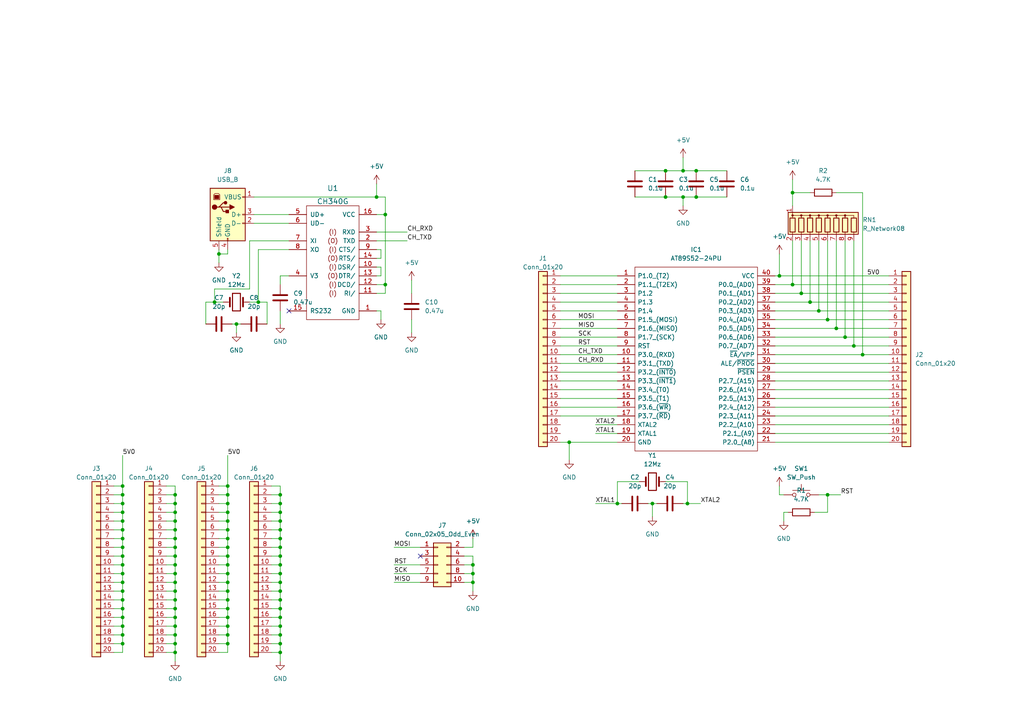
<source format=kicad_sch>
(kicad_sch (version 20211123) (generator eeschema)
  (paper "A4")
  (lib_symbols
    (symbol "CH340G:CH340G" (pin_names (offset 1.016))
      (property "Reference" "U" (at 0 -16.51 0))
      (property "Value" "CH340G" (at 0 19.05 0))
      (symbol "CH340G_0_0"
        (rectangle (start -7.62 17.78) (end 7.62 -15.24))
        (text "(I)" (at 0 -7.62 0) (effects (font (size 1.27 1.27))))
        (text "(I)" (at 0 -5.08 0) (effects (font (size 1.27 1.27))))
        (text "(I)" (at 0 0 0) (effects (font (size 1.27 1.27))))
        (text "(I)" (at 0 5.08 0) (effects (font (size 1.27 1.27))))
        (text "(I)" (at 0 10.16 0) (effects (font (size 1.27 1.27))))
        (text "(O)" (at 0 -2.54 0) (effects (font (size 1.27 1.27))))
        (text "(O)" (at 0 2.54 0) (effects (font (size 1.27 1.27))))
        (text "(O)" (at 0 7.62 0) (effects (font (size 1.27 1.27))))
      )
      (symbol "CH340G_1_1"
        (pin power_in line (at 12.7 -12.7 180) (length 5.08) (name "GND") (number "1"))
        (pin input line (at 12.7 0 180) (length 5.08) (name "DSR/") (number "10"))
        (pin input line (at 12.7 -7.62 180) (length 5.08) (name "RI/") (number "11"))
        (pin input line (at 12.7 -5.08 180) (length 5.08) (name "DCD/") (number "12"))
        (pin output line (at 12.7 -2.54 180) (length 5.08) (name "DTR/") (number "13"))
        (pin output line (at 12.7 2.54 180) (length 5.08) (name "RTS/") (number "14"))
        (pin input line (at -12.7 -12.7 0) (length 5.08) (name "RS232") (number "15"))
        (pin power_in line (at 12.7 15.24 180) (length 5.08) (name "VCC") (number "16"))
        (pin output line (at 12.7 7.62 180) (length 5.08) (name "TXD") (number "2"))
        (pin input line (at 12.7 10.16 180) (length 5.08) (name "RXD") (number "3"))
        (pin power_out line (at -12.7 -2.54 0) (length 5.08) (name "V3") (number "4"))
        (pin bidirectional line (at -12.7 15.24 0) (length 5.08) (name "UD+") (number "5"))
        (pin bidirectional line (at -12.7 12.7 0) (length 5.08) (name "UD-") (number "6"))
        (pin input line (at -12.7 7.62 0) (length 5.08) (name "XI") (number "7"))
        (pin output line (at -12.7 5.08 0) (length 5.08) (name "XO") (number "8"))
        (pin input line (at 12.7 5.08 180) (length 5.08) (name "CTS/") (number "9"))
      )
    )
    (symbol "Connector:USB_B" (pin_names (offset 1.016))
      (property "Reference" "J" (at -5.08 11.43 0))
      (property "Value" "USB_B" (at -5.08 8.89 0))
      (symbol "USB_B_0_1"
        (rectangle (start -5.08 -7.62) (end 5.08 7.62) (stroke (width 0.254)) (fill (type background)))
        (circle (center -3.81 2.159) (radius 0.635) (stroke (width 0.254)) (fill (type outline)))
        (rectangle (start -3.81 5.588) (end -2.54 4.572) (fill (type outline)))
        (circle (center -0.635 3.429) (radius 0.381) (stroke (width 0.254)) (fill (type outline)))
        (rectangle (start -0.127 -7.62) (end 0.127 -6.858))
        (polyline (pts (xy -1.905 2.159) (xy 0.635 2.159)) (stroke (width 0.254)))
        (polyline (pts (xy -3.175 2.159) (xy -2.54 2.159) (xy -1.27 3.429) (xy -0.635 3.429)) (stroke (width 0.254)))
        (polyline (pts (xy -2.54 2.159) (xy -1.905 2.159) (xy -1.27 0.889) (xy 0 0.889)) (stroke (width 0.254)))
        (polyline (pts (xy 0.635 2.794) (xy 0.635 1.524) (xy 1.905 2.159) (xy 0.635 2.794)) (stroke (width 0.254)) (fill (type outline)))
        (polyline (pts (xy -4.064 4.318) (xy -2.286 4.318) (xy -2.286 5.715) (xy -2.667 6.096) (xy -3.683 6.096) (xy -4.064 5.715) (xy -4.064 4.318)))
        (rectangle (start 0.254 1.27) (end -0.508 0.508) (stroke (width 0.254)) (fill (type outline)))
        (rectangle (start 5.08 -2.667) (end 4.318 -2.413))
        (rectangle (start 5.08 -0.127) (end 4.318 0.127))
        (rectangle (start 5.08 4.953) (end 4.318 5.207))
      )
      (symbol "USB_B_1_1"
        (pin power_out line (at 7.62 5.08 180) (length 2.54) (name "VBUS") (number "1"))
        (pin bidirectional line (at 7.62 -2.54 180) (length 2.54) (name "D-") (number "2"))
        (pin bidirectional line (at 7.62 0 180) (length 2.54) (name "D+") (number "3"))
        (pin power_out line (at 0 -10.16 90) (length 2.54) (name "GND") (number "4"))
        (pin passive line (at -2.54 -10.16 90) (length 2.54) (name "Shield") (number "5"))
      )
    )
    (symbol "Connector_Generic:Conn_01x20" (pin_names (offset 1.016) hide)
      (property "Reference" "J" (at 0 25.4 0))
      (property "Value" "Conn_01x20" (at 0 -27.94 0))
      (symbol "Conn_01x20_1_1"
        (rectangle (start -1.27 -25.273) (end 0 -25.527) (stroke (width 0.1524)))
        (rectangle (start -1.27 -22.733) (end 0 -22.987) (stroke (width 0.1524)))
        (rectangle (start -1.27 -20.193) (end 0 -20.447) (stroke (width 0.1524)))
        (rectangle (start -1.27 -17.653) (end 0 -17.907) (stroke (width 0.1524)))
        (rectangle (start -1.27 -15.113) (end 0 -15.367) (stroke (width 0.1524)))
        (rectangle (start -1.27 -12.573) (end 0 -12.827) (stroke (width 0.1524)))
        (rectangle (start -1.27 -10.033) (end 0 -10.287) (stroke (width 0.1524)))
        (rectangle (start -1.27 -7.493) (end 0 -7.747) (stroke (width 0.1524)))
        (rectangle (start -1.27 -4.953) (end 0 -5.207) (stroke (width 0.1524)))
        (rectangle (start -1.27 -2.413) (end 0 -2.667) (stroke (width 0.1524)))
        (rectangle (start -1.27 0.127) (end 0 -0.127) (stroke (width 0.1524)))
        (rectangle (start -1.27 2.667) (end 0 2.413) (stroke (width 0.1524)))
        (rectangle (start -1.27 5.207) (end 0 4.953) (stroke (width 0.1524)))
        (rectangle (start -1.27 7.747) (end 0 7.493) (stroke (width 0.1524)))
        (rectangle (start -1.27 10.287) (end 0 10.033) (stroke (width 0.1524)))
        (rectangle (start -1.27 12.827) (end 0 12.573) (stroke (width 0.1524)))
        (rectangle (start -1.27 15.367) (end 0 15.113) (stroke (width 0.1524)))
        (rectangle (start -1.27 17.907) (end 0 17.653) (stroke (width 0.1524)))
        (rectangle (start -1.27 20.447) (end 0 20.193) (stroke (width 0.1524)))
        (rectangle (start -1.27 22.987) (end 0 22.733) (stroke (width 0.1524)))
        (rectangle (start -1.27 24.13) (end 1.27 -26.67) (stroke (width 0.254)) (fill (type background)))
        (pin passive line (at -5.08 22.86 0) (length 3.81) (name "Pin_1") (number "1"))
        (pin passive line (at -5.08 0 0) (length 3.81) (name "Pin_10") (number "10"))
        (pin passive line (at -5.08 -2.54 0) (length 3.81) (name "Pin_11") (number "11"))
        (pin passive line (at -5.08 -5.08 0) (length 3.81) (name "Pin_12") (number "12"))
        (pin passive line (at -5.08 -7.62 0) (length 3.81) (name "Pin_13") (number "13"))
        (pin passive line (at -5.08 -10.16 0) (length 3.81) (name "Pin_14") (number "14"))
        (pin passive line (at -5.08 -12.7 0) (length 3.81) (name "Pin_15") (number "15"))
        (pin passive line (at -5.08 -15.24 0) (length 3.81) (name "Pin_16") (number "16"))
        (pin passive line (at -5.08 -17.78 0) (length 3.81) (name "Pin_17") (number "17"))
        (pin passive line (at -5.08 -20.32 0) (length 3.81) (name "Pin_18") (number "18"))
        (pin passive line (at -5.08 -22.86 0) (length 3.81) (name "Pin_19") (number "19"))
        (pin passive line (at -5.08 20.32 0) (length 3.81) (name "Pin_2") (number "2"))
        (pin passive line (at -5.08 -25.4 0) (length 3.81) (name "Pin_20") (number "20"))
        (pin passive line (at -5.08 17.78 0) (length 3.81) (name "Pin_3") (number "3"))
        (pin passive line (at -5.08 15.24 0) (length 3.81) (name "Pin_4") (number "4"))
        (pin passive line (at -5.08 12.7 0) (length 3.81) (name "Pin_5") (number "5"))
        (pin passive line (at -5.08 10.16 0) (length 3.81) (name "Pin_6") (number "6"))
        (pin passive line (at -5.08 7.62 0) (length 3.81) (name "Pin_7") (number "7"))
        (pin passive line (at -5.08 5.08 0) (length 3.81) (name "Pin_8") (number "8"))
        (pin passive line (at -5.08 2.54 0) (length 3.81) (name "Pin_9") (number "9"))
      )
    )
    (symbol "Connector_Generic:Conn_02x05_Odd_Even" (pin_names (offset 1.016) hide)
      (property "Reference" "J" (at 1.27 7.62 0))
      (property "Value" "Conn_02x05_Odd_Even" (at 1.27 -7.62 0))
      (symbol "Conn_02x05_Odd_Even_1_1"
        (rectangle (start -1.27 -4.953) (end 0 -5.207) (stroke (width 0.1524)))
        (rectangle (start -1.27 -2.413) (end 0 -2.667) (stroke (width 0.1524)))
        (rectangle (start -1.27 0.127) (end 0 -0.127) (stroke (width 0.1524)))
        (rectangle (start -1.27 2.667) (end 0 2.413) (stroke (width 0.1524)))
        (rectangle (start -1.27 5.207) (end 0 4.953) (stroke (width 0.1524)))
        (rectangle (start -1.27 6.35) (end 3.81 -6.35) (stroke (width 0.254)) (fill (type background)))
        (rectangle (start 3.81 -4.953) (end 2.54 -5.207) (stroke (width 0.1524)))
        (rectangle (start 3.81 -2.413) (end 2.54 -2.667) (stroke (width 0.1524)))
        (rectangle (start 3.81 0.127) (end 2.54 -0.127) (stroke (width 0.1524)))
        (rectangle (start 3.81 2.667) (end 2.54 2.413) (stroke (width 0.1524)))
        (rectangle (start 3.81 5.207) (end 2.54 4.953) (stroke (width 0.1524)))
        (pin passive line (at -5.08 5.08 0) (length 3.81) (name "Pin_1") (number "1"))
        (pin passive line (at 7.62 -5.08 180) (length 3.81) (name "Pin_10") (number "10"))
        (pin passive line (at 7.62 5.08 180) (length 3.81) (name "Pin_2") (number "2"))
        (pin passive line (at -5.08 2.54 0) (length 3.81) (name "Pin_3") (number "3"))
        (pin passive line (at 7.62 2.54 180) (length 3.81) (name "Pin_4") (number "4"))
        (pin passive line (at -5.08 0 0) (length 3.81) (name "Pin_5") (number "5"))
        (pin passive line (at 7.62 0 180) (length 3.81) (name "Pin_6") (number "6"))
        (pin passive line (at -5.08 -2.54 0) (length 3.81) (name "Pin_7") (number "7"))
        (pin passive line (at 7.62 -2.54 180) (length 3.81) (name "Pin_8") (number "8"))
        (pin passive line (at -5.08 -5.08 0) (length 3.81) (name "Pin_9") (number "9"))
      )
    )
    (symbol "Device:C" (pin_numbers hide) (pin_names (offset 0.254))
      (property "Reference" "C" (at 0.635 2.54 0))
      (property "Value" "C" (at 0.635 -2.54 0))
      (symbol "C_0_1"
        (polyline (pts (xy -2.032 -0.762) (xy 2.032 -0.762)) (stroke (width 0.508)))
        (polyline (pts (xy -2.032 0.762) (xy 2.032 0.762)) (stroke (width 0.508)))
      )
      (symbol "C_1_1"
        (pin passive line (at 0 3.81 270) (length 2.794) (name "~") (number "1"))
        (pin passive line (at 0 -3.81 90) (length 2.794) (name "~") (number "2"))
      )
    )
    (symbol "Device:Crystal" (pin_numbers hide) (pin_names (offset 1.016) hide)
      (property "Reference" "Y" (at 0 3.81 0))
      (property "Value" "Crystal" (at 0 -3.81 0))
      (symbol "Crystal_0_1"
        (rectangle (start -1.143 2.54) (end 1.143 -2.54) (stroke (width 0.3048)))
        (polyline (pts (xy -2.54 0) (xy -1.905 0)))
        (polyline (pts (xy -1.905 -1.27) (xy -1.905 1.27)) (stroke (width 0.508)))
        (polyline (pts (xy 1.905 -1.27) (xy 1.905 1.27)) (stroke (width 0.508)))
        (polyline (pts (xy 2.54 0) (xy 1.905 0)))
      )
      (symbol "Crystal_1_1"
        (pin passive line (at -3.81 0 0) (length 1.27) (name "1") (number "1"))
        (pin passive line (at 3.81 0 180) (length 1.27) (name "2") (number "2"))
      )
    )
    (symbol "Device:R" (pin_numbers hide) (pin_names (offset 0))
      (property "Reference" "R" (at 2.032 0 90))
      (property "Value" "R" (at 0 0 90))
      (symbol "R_0_1"
        (rectangle (start -1.016 -2.54) (end 1.016 2.54) (stroke (width 0.254)))
      )
      (symbol "R_1_1"
        (pin passive line (at 0 3.81 270) (length 1.27) (name "~") (number "1"))
        (pin passive line (at 0 -3.81 90) (length 1.27) (name "~") (number "2"))
      )
    )
    (symbol "Device:R_Network08" (pin_names (offset 0) hide)
      (property "Reference" "RN" (at -12.7 0 90))
      (property "Value" "R_Network08" (at 10.16 0 90))
      (symbol "R_Network08_0_1"
        (rectangle (start -11.43 -3.175) (end 8.89 3.175) (stroke (width 0.254)) (fill (type background)))
        (rectangle (start -10.922 1.524) (end -9.398 -2.54) (stroke (width 0.254)))
        (circle (center -10.16 2.286) (radius 0.254) (fill (type outline)))
        (rectangle (start -8.382 1.524) (end -6.858 -2.54) (stroke (width 0.254)))
        (circle (center -7.62 2.286) (radius 0.254) (fill (type outline)))
        (rectangle (start -5.842 1.524) (end -4.318 -2.54) (stroke (width 0.254)))
        (circle (center -5.08 2.286) (radius 0.254) (fill (type outline)))
        (rectangle (start -3.302 1.524) (end -1.778 -2.54) (stroke (width 0.254)))
        (circle (center -2.54 2.286) (radius 0.254) (fill (type outline)))
        (rectangle (start -0.762 1.524) (end 0.762 -2.54) (stroke (width 0.254)))
        (polyline (pts (xy -10.16 -2.54) (xy -10.16 -3.81)))
        (polyline (pts (xy -7.62 -2.54) (xy -7.62 -3.81)))
        (polyline (pts (xy -5.08 -2.54) (xy -5.08 -3.81)))
        (polyline (pts (xy -2.54 -2.54) (xy -2.54 -3.81)))
        (polyline (pts (xy 0 -2.54) (xy 0 -3.81)))
        (polyline (pts (xy 2.54 -2.54) (xy 2.54 -3.81)))
        (polyline (pts (xy 5.08 -2.54) (xy 5.08 -3.81)))
        (polyline (pts (xy 7.62 -2.54) (xy 7.62 -3.81)))
        (polyline (pts (xy -10.16 1.524) (xy -10.16 2.286) (xy -7.62 2.286) (xy -7.62 1.524)))
        (polyline (pts (xy -7.62 1.524) (xy -7.62 2.286) (xy -5.08 2.286) (xy -5.08 1.524)))
        (polyline (pts (xy -5.08 1.524) (xy -5.08 2.286) (xy -2.54 2.286) (xy -2.54 1.524)))
        (polyline (pts (xy -2.54 1.524) (xy -2.54 2.286) (xy 0 2.286) (xy 0 1.524)))
        (polyline (pts (xy 0 1.524) (xy 0 2.286) (xy 2.54 2.286) (xy 2.54 1.524)))
        (polyline (pts (xy 2.54 1.524) (xy 2.54 2.286) (xy 5.08 2.286) (xy 5.08 1.524)))
        (polyline (pts (xy 5.08 1.524) (xy 5.08 2.286) (xy 7.62 2.286) (xy 7.62 1.524)))
        (circle (center 0 2.286) (radius 0.254) (fill (type outline)))
        (rectangle (start 1.778 1.524) (end 3.302 -2.54) (stroke (width 0.254)))
        (circle (center 2.54 2.286) (radius 0.254) (fill (type outline)))
        (rectangle (start 4.318 1.524) (end 5.842 -2.54) (stroke (width 0.254)))
        (circle (center 5.08 2.286) (radius 0.254) (fill (type outline)))
        (rectangle (start 6.858 1.524) (end 8.382 -2.54) (stroke (width 0.254)))
      )
      (symbol "R_Network08_1_1"
        (pin passive line (at -10.16 5.08 270) (length 2.54) (name "common") (number "1"))
        (pin passive line (at -10.16 -5.08 90) (length 1.27) (name "R1") (number "2"))
        (pin passive line (at -7.62 -5.08 90) (length 1.27) (name "R2") (number "3"))
        (pin passive line (at -5.08 -5.08 90) (length 1.27) (name "R3") (number "4"))
        (pin passive line (at -2.54 -5.08 90) (length 1.27) (name "R4") (number "5"))
        (pin passive line (at 0 -5.08 90) (length 1.27) (name "R5") (number "6"))
        (pin passive line (at 2.54 -5.08 90) (length 1.27) (name "R6") (number "7"))
        (pin passive line (at 5.08 -5.08 90) (length 1.27) (name "R7") (number "8"))
        (pin passive line (at 7.62 -5.08 90) (length 1.27) (name "R8") (number "9"))
      )
    )
    (symbol "SamacSys_Parts:AT89S52-24PU" (pin_names (offset 0.762))
      (property "Reference" "IC" (at 41.91 7.62 0))
      (property "Value" "AT89S52-24PU" (at 41.91 5.08 0))
      (symbol "AT89S52-24PU_0_0"
        (pin passive line (at 0 0 0) (length 5.08) (name "P1.0_(T2)") (number "1"))
        (pin passive line (at 0 -22.86 0) (length 5.08) (name "P3.0_(RXD)") (number "10"))
        (pin passive line (at 0 -25.4 0) (length 5.08) (name "P3.1_(TXD)") (number "11"))
        (pin passive line (at 0 -27.94 0) (length 5.08) (name "P3.2_(~{INT0})") (number "12"))
        (pin passive line (at 0 -30.48 0) (length 5.08) (name "P3.3_(~{INT1})") (number "13"))
        (pin passive line (at 0 -33.02 0) (length 5.08) (name "P3.4_(T0)") (number "14"))
        (pin passive line (at 0 -35.56 0) (length 5.08) (name "P3.5_(T1)") (number "15"))
        (pin passive line (at 0 -38.1 0) (length 5.08) (name "P3.6_(~{WR})") (number "16"))
        (pin passive line (at 0 -40.64 0) (length 5.08) (name "P3.7_(~{RD})") (number "17"))
        (pin passive line (at 0 -43.18 0) (length 5.08) (name "XTAL2") (number "18"))
        (pin passive line (at 0 -45.72 0) (length 5.08) (name "XTAL1") (number "19"))
        (pin passive line (at 0 -2.54 0) (length 5.08) (name "P1.1_(T2EX)") (number "2"))
        (pin passive line (at 0 -48.26 0) (length 5.08) (name "GND") (number "20"))
        (pin passive line (at 45.72 -48.26 180) (length 5.08) (name "P2.0_(A8)") (number "21"))
        (pin passive line (at 45.72 -45.72 180) (length 5.08) (name "P2.1_(A9)") (number "22"))
        (pin passive line (at 45.72 -43.18 180) (length 5.08) (name "P2.2_(A10)") (number "23"))
        (pin passive line (at 45.72 -40.64 180) (length 5.08) (name "P2.3_(A11)") (number "24"))
        (pin passive line (at 45.72 -38.1 180) (length 5.08) (name "P2.4_(A12)") (number "25"))
        (pin passive line (at 45.72 -35.56 180) (length 5.08) (name "P2.5_(A13)") (number "26"))
        (pin passive line (at 45.72 -33.02 180) (length 5.08) (name "P2.6_(A14)") (number "27"))
        (pin passive line (at 45.72 -30.48 180) (length 5.08) (name "P2.7_(A15)") (number "28"))
        (pin passive line (at 45.72 -27.94 180) (length 5.08) (name "~{PSEN}") (number "29"))
        (pin passive line (at 0 -5.08 0) (length 5.08) (name "P1.2") (number "3"))
        (pin passive line (at 45.72 -25.4 180) (length 5.08) (name "ALE/~{PROG}") (number "30"))
        (pin passive line (at 45.72 -22.86 180) (length 5.08) (name "~{EA}/VPP") (number "31"))
        (pin passive line (at 45.72 -20.32 180) (length 5.08) (name "P0.7_(AD7)") (number "32"))
        (pin passive line (at 45.72 -17.78 180) (length 5.08) (name "P0.6_(AD6)") (number "33"))
        (pin passive line (at 45.72 -15.24 180) (length 5.08) (name "P0.5_(AD5)") (number "34"))
        (pin passive line (at 45.72 -12.7 180) (length 5.08) (name "P0.4_(AD4)") (number "35"))
        (pin passive line (at 45.72 -10.16 180) (length 5.08) (name "P0.3_(AD3)") (number "36"))
        (pin passive line (at 45.72 -7.62 180) (length 5.08) (name "P0.2_(AD2)") (number "37"))
        (pin passive line (at 45.72 -5.08 180) (length 5.08) (name "P0.1_(AD1)") (number "38"))
        (pin passive line (at 45.72 -2.54 180) (length 5.08) (name "P0.0_(AD0)") (number "39"))
        (pin passive line (at 0 -7.62 0) (length 5.08) (name "P1.3") (number "4"))
        (pin passive line (at 45.72 0 180) (length 5.08) (name "VCC") (number "40"))
        (pin passive line (at 0 -10.16 0) (length 5.08) (name "P1.4") (number "5"))
        (pin passive line (at 0 -12.7 0) (length 5.08) (name "P1.5_(MOSI)") (number "6"))
        (pin passive line (at 0 -15.24 0) (length 5.08) (name "P1.6_(MISO)") (number "7"))
        (pin passive line (at 0 -17.78 0) (length 5.08) (name "P1.7_(SCK)") (number "8"))
        (pin passive line (at 0 -20.32 0) (length 5.08) (name "RST") (number "9"))
      )
      (symbol "AT89S52-24PU_0_1"
        (polyline (pts (xy 5.08 2.54) (xy 40.64 2.54) (xy 40.64 -50.8) (xy 5.08 -50.8) (xy 5.08 2.54)) (stroke (width 0.1524)))
      )
    )
    (symbol "Switch:SW_Push" (pin_numbers hide) (pin_names (offset 1.016) hide)
      (property "Reference" "SW" (at 1.27 2.54 0))
      (property "Value" "SW_Push" (at 0 -1.524 0))
      (symbol "SW_Push_0_1"
        (circle (center -2.032 0) (radius 0.508))
        (polyline (pts (xy 0 1.27) (xy 0 3.048)))
        (polyline (pts (xy 2.54 1.27) (xy -2.54 1.27)))
        (circle (center 2.032 0) (radius 0.508))
        (pin passive line (at -5.08 0 0) (length 2.54) (name "1") (number "1"))
        (pin passive line (at 5.08 0 180) (length 2.54) (name "2") (number "2"))
      )
    )
    (symbol "power:+5V" (power) (pin_names (offset 0))
      (property "Value" "+5V" (at 0 3.556 0))
      (symbol "+5V_0_1"
        (polyline (pts (xy -0.762 1.27) (xy 0 2.54)))
        (polyline (pts (xy 0 0) (xy 0 2.54)))
        (polyline (pts (xy 0 2.54) (xy 0.762 1.27)))
      )
      (symbol "+5V_1_1"
        (pin power_in line (at 0 0 90) (length 0) hide (name "+5V") (number "1"))
      )
    )
    (symbol "power:GND" (power) (pin_names (offset 0))
      (property "Value" "GND" (at 0 -3.81 0))
      (symbol "GND_0_1"
        (polyline (pts (xy 0 0) (xy 0 -1.27) (xy 1.27 -1.27) (xy 0 -2.54) (xy -1.27 -1.27) (xy 0 -1.27)))
      )
      (symbol "GND_1_1"
        (pin power_in line (at 0 0 270) (length 0) hide (name "GND") (number "1"))
      )
    )
  )
  (junction (at 50.8 186.69))
  (junction (at 66.04 171.45))
  (junction (at 198.12 57.15))
  (junction (at 81.28 148.59))
  (junction (at 66.04 179.07))
  (junction (at 247.65 100.33))
  (junction (at 189.23 146.05))
  (junction (at 35.56 146.05))
  (junction (at 198.12 49.53))
  (junction (at 229.87 55.88))
  (junction (at 35.56 156.21))
  (junction (at 240.03 143.51))
  (junction (at 50.8 189.23))
  (junction (at 234.95 87.63))
  (junction (at 63.5 73.66))
  (junction (at 50.8 146.05))
  (junction (at 81.28 179.07))
  (junction (at 66.04 166.37))
  (junction (at 201.93 49.53))
  (junction (at 35.56 153.67))
  (junction (at 81.28 163.83))
  (junction (at 50.8 143.51))
  (junction (at 50.8 184.15))
  (junction (at 50.8 158.75))
  (junction (at 50.8 153.67))
  (junction (at 66.04 163.83))
  (junction (at 35.56 168.91))
  (junction (at 111.76 82.55))
  (junction (at 81.28 184.15))
  (junction (at 66.04 140.97))
  (junction (at 35.56 166.37))
  (junction (at 66.04 146.05))
  (junction (at 137.16 168.91))
  (junction (at 137.16 163.83))
  (junction (at 237.49 90.17))
  (junction (at 35.56 161.29))
  (junction (at 66.04 184.15))
  (junction (at 66.04 153.67))
  (junction (at 35.56 163.83))
  (junction (at 50.8 151.13))
  (junction (at 35.56 151.13))
  (junction (at 81.28 186.69))
  (junction (at 193.04 49.53))
  (junction (at 240.03 92.71))
  (junction (at 35.56 171.45))
  (junction (at 111.76 62.23))
  (junction (at 50.8 173.99))
  (junction (at 50.8 171.45))
  (junction (at 81.28 168.91))
  (junction (at 66.04 176.53))
  (junction (at 66.04 148.59))
  (junction (at 35.56 140.97))
  (junction (at 66.04 143.51))
  (junction (at 81.28 153.67))
  (junction (at 81.28 189.23))
  (junction (at 81.28 158.75))
  (junction (at 81.28 151.13))
  (junction (at 81.28 146.05))
  (junction (at 81.28 143.51))
  (junction (at 81.28 161.29))
  (junction (at 35.56 186.69))
  (junction (at 66.04 173.99))
  (junction (at 68.58 93.98))
  (junction (at 50.8 156.21))
  (junction (at 229.87 82.55))
  (junction (at 35.56 176.53))
  (junction (at 50.8 148.59))
  (junction (at 50.8 163.83))
  (junction (at 201.93 57.15))
  (junction (at 250.19 102.87))
  (junction (at 35.56 148.59))
  (junction (at 81.28 166.37))
  (junction (at 35.56 184.15))
  (junction (at 66.04 158.75))
  (junction (at 35.56 173.99))
  (junction (at 81.28 176.53))
  (junction (at 193.04 57.15))
  (junction (at 66.04 151.13))
  (junction (at 165.1 128.27))
  (junction (at 50.8 181.61))
  (junction (at 199.39 146.05))
  (junction (at 66.04 186.69))
  (junction (at 35.56 181.61))
  (junction (at 66.04 168.91))
  (junction (at 50.8 166.37))
  (junction (at 245.11 97.79))
  (junction (at 74.93 87.63))
  (junction (at 35.56 158.75))
  (junction (at 66.04 156.21))
  (junction (at 81.28 173.99))
  (junction (at 50.8 176.53))
  (junction (at 81.28 181.61))
  (junction (at 242.57 95.25))
  (junction (at 50.8 168.91))
  (junction (at 81.28 156.21))
  (junction (at 137.16 166.37))
  (junction (at 66.04 161.29))
  (junction (at 109.22 57.15))
  (junction (at 232.41 85.09))
  (junction (at 66.04 181.61))
  (junction (at 226.06 80.01))
  (junction (at 35.56 179.07))
  (junction (at 81.28 171.45))
  (junction (at 50.8 179.07))
  (junction (at 35.56 143.51))
  (junction (at 179.07 146.05))
  (junction (at 50.8 161.29))
  (junction (at 62.23 87.63))
  (no_connect (at 83.82 90.17))
  (no_connect (at 121.92 161.29))
  (wire (pts (xy 78.74 148.59) (xy 81.28 148.59)))
  (wire (pts (xy 229.87 52.07) (xy 229.87 55.88)))
  (wire (pts (xy 81.28 156.21) (xy 81.28 158.75)))
  (wire (pts (xy 224.79 128.27) (xy 257.81 128.27)))
  (wire (pts (xy 50.8 179.07) (xy 50.8 181.61)))
  (wire (pts (xy 78.74 153.67) (xy 81.28 153.67)))
  (wire (pts (xy 232.41 85.09) (xy 257.81 85.09)))
  (wire (pts (xy 33.02 168.91) (xy 35.56 168.91)))
  (wire (pts (xy 81.28 161.29) (xy 81.28 163.83)))
  (wire (pts (xy 66.04 163.83) (xy 66.04 166.37)))
  (wire (pts (xy 224.79 123.19) (xy 257.81 123.19)))
  (wire (pts (xy 33.02 140.97) (xy 35.56 140.97)))
  (wire (pts (xy 48.26 148.59) (xy 50.8 148.59)))
  (wire (pts (xy 162.56 97.79) (xy 179.07 97.79)))
  (wire (pts (xy 162.56 110.49) (xy 179.07 110.49)))
  (wire (pts (xy 63.5 156.21) (xy 66.04 156.21)))
  (wire (pts (xy 66.04 186.69) (xy 66.04 189.23)))
  (wire (pts (xy 35.56 148.59) (xy 35.56 151.13)))
  (wire (pts (xy 48.26 151.13) (xy 50.8 151.13)))
  (wire (pts (xy 109.22 69.85) (xy 118.11 69.85)))
  (wire (pts (xy 184.15 49.53) (xy 193.04 49.53)))
  (wire (pts (xy 78.74 179.07) (xy 81.28 179.07)))
  (wire (pts (xy 137.16 158.75) (xy 137.16 156.21)))
  (wire (pts (xy 134.62 168.91) (xy 137.16 168.91)))
  (wire (pts (xy 184.15 57.15) (xy 193.04 57.15)))
  (wire (pts (xy 50.8 140.97) (xy 50.8 143.51)))
  (wire (pts (xy 33.02 171.45) (xy 35.56 171.45)))
  (wire (pts (xy 50.8 173.99) (xy 50.8 176.53)))
  (wire (pts (xy 137.16 163.83) (xy 137.16 166.37)))
  (wire (pts (xy 198.12 45.72) (xy 198.12 49.53)))
  (wire (pts (xy 109.22 82.55) (xy 111.76 82.55)))
  (wire (pts (xy 63.5 158.75) (xy 66.04 158.75)))
  (wire (pts (xy 33.02 173.99) (xy 35.56 173.99)))
  (wire (pts (xy 66.04 148.59) (xy 66.04 151.13)))
  (wire (pts (xy 78.74 184.15) (xy 81.28 184.15)))
  (wire (pts (xy 72.39 87.63) (xy 74.93 87.63)))
  (wire (pts (xy 66.04 158.75) (xy 66.04 161.29)))
  (wire (pts (xy 63.5 151.13) (xy 66.04 151.13)))
  (wire (pts (xy 63.5 173.99) (xy 66.04 173.99)))
  (wire (pts (xy 229.87 69.85) (xy 229.87 82.55)))
  (wire (pts (xy 66.04 143.51) (xy 66.04 146.05)))
  (wire (pts (xy 224.79 125.73) (xy 257.81 125.73)))
  (wire (pts (xy 63.5 166.37) (xy 66.04 166.37)))
  (wire (pts (xy 114.3 158.75) (xy 121.92 158.75)))
  (wire (pts (xy 247.65 69.85) (xy 247.65 100.33)))
  (wire (pts (xy 78.74 161.29) (xy 81.28 161.29)))
  (wire (pts (xy 50.8 156.21) (xy 50.8 158.75)))
  (wire (pts (xy 224.79 102.87) (xy 250.19 102.87)))
  (wire (pts (xy 224.79 113.03) (xy 257.81 113.03)))
  (wire (pts (xy 48.26 179.07) (xy 50.8 179.07)))
  (wire (pts (xy 229.87 55.88) (xy 234.95 55.88)))
  (wire (pts (xy 48.26 153.67) (xy 50.8 153.67)))
  (wire (pts (xy 162.56 105.41) (xy 179.07 105.41)))
  (wire (pts (xy 63.5 143.51) (xy 66.04 143.51)))
  (wire (pts (xy 162.56 95.25) (xy 179.07 95.25)))
  (wire (pts (xy 66.04 140.97) (xy 66.04 143.51)))
  (wire (pts (xy 35.56 181.61) (xy 35.56 184.15)))
  (wire (pts (xy 33.02 179.07) (xy 35.56 179.07)))
  (wire (pts (xy 83.82 72.39) (xy 74.93 72.39)))
  (wire (pts (xy 78.74 166.37) (xy 81.28 166.37)))
  (wire (pts (xy 74.93 72.39) (xy 74.93 87.63)))
  (wire (pts (xy 63.5 171.45) (xy 66.04 171.45)))
  (wire (pts (xy 109.22 80.01) (xy 110.49 80.01)))
  (wire (pts (xy 78.74 176.53) (xy 81.28 176.53)))
  (wire (pts (xy 66.04 151.13) (xy 66.04 153.67)))
  (wire (pts (xy 48.26 156.21) (xy 50.8 156.21)))
  (wire (pts (xy 33.02 161.29) (xy 35.56 161.29)))
  (wire (pts (xy 73.66 62.23) (xy 83.82 62.23)))
  (wire (pts (xy 35.56 166.37) (xy 35.56 168.91)))
  (wire (pts (xy 66.04 168.91) (xy 66.04 171.45)))
  (wire (pts (xy 66.04 176.53) (xy 66.04 179.07)))
  (wire (pts (xy 63.5 72.39) (xy 63.5 73.66)))
  (wire (pts (xy 81.28 176.53) (xy 81.28 179.07)))
  (wire (pts (xy 78.74 186.69) (xy 81.28 186.69)))
  (wire (pts (xy 33.02 189.23) (xy 35.56 189.23)))
  (wire (pts (xy 198.12 57.15) (xy 201.93 57.15)))
  (wire (pts (xy 81.28 189.23) (xy 81.28 191.77)))
  (wire (pts (xy 224.79 80.01) (xy 226.06 80.01)))
  (wire (pts (xy 48.26 189.23) (xy 50.8 189.23)))
  (wire (pts (xy 83.82 80.01) (xy 81.28 80.01)))
  (wire (pts (xy 110.49 72.39) (xy 110.49 74.93)))
  (wire (pts (xy 172.72 146.05) (xy 179.07 146.05)))
  (wire (pts (xy 33.02 163.83) (xy 35.56 163.83)))
  (wire (pts (xy 162.56 85.09) (xy 179.07 85.09)))
  (wire (pts (xy 162.56 80.01) (xy 179.07 80.01)))
  (wire (pts (xy 134.62 158.75) (xy 137.16 158.75)))
  (wire (pts (xy 81.28 184.15) (xy 81.28 186.69)))
  (wire (pts (xy 237.49 69.85) (xy 237.49 90.17)))
  (wire (pts (xy 119.38 92.71) (xy 119.38 96.52)))
  (wire (pts (xy 63.5 184.15) (xy 66.04 184.15)))
  (wire (pts (xy 226.06 143.51) (xy 226.06 140.97)))
  (wire (pts (xy 78.74 146.05) (xy 81.28 146.05)))
  (wire (pts (xy 226.06 80.01) (xy 257.81 80.01)))
  (wire (pts (xy 59.69 87.63) (xy 59.69 93.98)))
  (wire (pts (xy 137.16 166.37) (xy 137.16 168.91)))
  (wire (pts (xy 109.22 72.39) (xy 110.49 72.39)))
  (wire (pts (xy 109.22 77.47) (xy 110.49 77.47)))
  (wire (pts (xy 66.04 184.15) (xy 66.04 186.69)))
  (wire (pts (xy 50.8 189.23) (xy 50.8 191.77)))
  (wire (pts (xy 33.02 158.75) (xy 35.56 158.75)))
  (wire (pts (xy 250.19 102.87) (xy 257.81 102.87)))
  (wire (pts (xy 81.28 158.75) (xy 81.28 161.29)))
  (wire (pts (xy 227.33 143.51) (xy 226.06 143.51)))
  (wire (pts (xy 193.04 139.7) (xy 199.39 139.7)))
  (wire (pts (xy 48.26 166.37) (xy 50.8 166.37)))
  (wire (pts (xy 162.56 118.11) (xy 179.07 118.11)))
  (wire (pts (xy 81.28 173.99) (xy 81.28 176.53)))
  (wire (pts (xy 224.79 120.65) (xy 257.81 120.65)))
  (wire (pts (xy 66.04 153.67) (xy 66.04 156.21)))
  (wire (pts (xy 33.02 153.67) (xy 35.56 153.67)))
  (wire (pts (xy 48.26 176.53) (xy 50.8 176.53)))
  (wire (pts (xy 114.3 166.37) (xy 121.92 166.37)))
  (wire (pts (xy 134.62 161.29) (xy 137.16 161.29)))
  (wire (pts (xy 227.33 148.59) (xy 227.33 151.13)))
  (wire (pts (xy 240.03 92.71) (xy 257.81 92.71)))
  (wire (pts (xy 50.8 143.51) (xy 50.8 146.05)))
  (wire (pts (xy 81.28 148.59) (xy 81.28 151.13)))
  (wire (pts (xy 81.28 151.13) (xy 81.28 153.67)))
  (wire (pts (xy 165.1 128.27) (xy 179.07 128.27)))
  (wire (pts (xy 66.04 72.39) (xy 66.04 73.66)))
  (wire (pts (xy 229.87 82.55) (xy 257.81 82.55)))
  (wire (pts (xy 78.74 163.83) (xy 81.28 163.83)))
  (wire (pts (xy 224.79 115.57) (xy 257.81 115.57)))
  (wire (pts (xy 72.39 83.82) (xy 62.23 83.82)))
  (wire (pts (xy 66.04 156.21) (xy 66.04 158.75)))
  (wire (pts (xy 50.8 146.05) (xy 50.8 148.59)))
  (wire (pts (xy 162.56 115.57) (xy 179.07 115.57)))
  (wire (pts (xy 240.03 143.51) (xy 237.49 143.51)))
  (wire (pts (xy 162.56 82.55) (xy 179.07 82.55)))
  (wire (pts (xy 81.28 166.37) (xy 81.28 168.91)))
  (wire (pts (xy 35.56 171.45) (xy 35.56 173.99)))
  (wire (pts (xy 78.74 140.97) (xy 81.28 140.97)))
  (wire (pts (xy 137.16 168.91) (xy 137.16 171.45)))
  (wire (pts (xy 109.22 74.93) (xy 110.49 74.93)))
  (wire (pts (xy 224.79 82.55) (xy 229.87 82.55)))
  (wire (pts (xy 111.76 62.23) (xy 111.76 57.15)))
  (wire (pts (xy 224.79 90.17) (xy 237.49 90.17)))
  (wire (pts (xy 236.22 148.59) (xy 240.03 148.59)))
  (wire (pts (xy 72.39 69.85) (xy 72.39 83.82)))
  (wire (pts (xy 73.66 57.15) (xy 109.22 57.15)))
  (wire (pts (xy 111.76 82.55) (xy 111.76 62.23)))
  (wire (pts (xy 179.07 139.7) (xy 179.07 146.05)))
  (wire (pts (xy 81.28 146.05) (xy 81.28 148.59)))
  (wire (pts (xy 48.26 146.05) (xy 50.8 146.05)))
  (wire (pts (xy 234.95 87.63) (xy 257.81 87.63)))
  (wire (pts (xy 134.62 166.37) (xy 137.16 166.37)))
  (wire (pts (xy 162.56 100.33) (xy 179.07 100.33)))
  (wire (pts (xy 48.26 168.91) (xy 50.8 168.91)))
  (wire (pts (xy 33.02 151.13) (xy 35.56 151.13)))
  (wire (pts (xy 35.56 168.91) (xy 35.56 171.45)))
  (wire (pts (xy 162.56 92.71) (xy 179.07 92.71)))
  (wire (pts (xy 66.04 73.66) (xy 63.5 73.66)))
  (wire (pts (xy 199.39 146.05) (xy 203.2 146.05)))
  (wire (pts (xy 48.26 184.15) (xy 50.8 184.15)))
  (wire (pts (xy 224.79 95.25) (xy 242.57 95.25)))
  (wire (pts (xy 74.93 87.63) (xy 77.47 87.63)))
  (wire (pts (xy 66.04 171.45) (xy 66.04 173.99)))
  (wire (pts (xy 77.47 87.63) (xy 77.47 93.98)))
  (wire (pts (xy 162.56 90.17) (xy 179.07 90.17)))
  (wire (pts (xy 63.5 186.69) (xy 66.04 186.69)))
  (wire (pts (xy 66.04 166.37) (xy 66.04 168.91)))
  (wire (pts (xy 63.5 189.23) (xy 66.04 189.23)))
  (wire (pts (xy 81.28 171.45) (xy 81.28 173.99)))
  (wire (pts (xy 50.8 151.13) (xy 50.8 153.67)))
  (wire (pts (xy 110.49 77.47) (xy 110.49 80.01)))
  (wire (pts (xy 73.66 64.77) (xy 83.82 64.77)))
  (wire (pts (xy 63.5 148.59) (xy 66.04 148.59)))
  (wire (pts (xy 48.26 143.51) (xy 50.8 143.51)))
  (wire (pts (xy 78.74 168.91) (xy 81.28 168.91)))
  (wire (pts (xy 162.56 102.87) (xy 179.07 102.87)))
  (wire (pts (xy 48.26 161.29) (xy 50.8 161.29)))
  (wire (pts (xy 81.28 153.67) (xy 81.28 156.21)))
  (wire (pts (xy 63.5 163.83) (xy 66.04 163.83)))
  (wire (pts (xy 189.23 146.05) (xy 190.5 146.05)))
  (wire (pts (xy 242.57 55.88) (xy 250.19 55.88)))
  (wire (pts (xy 245.11 69.85) (xy 245.11 97.79)))
  (wire (pts (xy 224.79 107.95) (xy 257.81 107.95)))
  (wire (pts (xy 201.93 57.15) (xy 210.82 57.15)))
  (wire (pts (xy 50.8 161.29) (xy 50.8 163.83)))
  (wire (pts (xy 81.28 181.61) (xy 81.28 184.15)))
  (wire (pts (xy 48.26 171.45) (xy 50.8 171.45)))
  (wire (pts (xy 240.03 143.51) (xy 243.84 143.51)))
  (wire (pts (xy 165.1 128.27) (xy 165.1 133.35)))
  (wire (pts (xy 50.8 184.15) (xy 50.8 186.69)))
  (wire (pts (xy 187.96 146.05) (xy 189.23 146.05)))
  (wire (pts (xy 35.56 179.07) (xy 35.56 181.61)))
  (wire (pts (xy 33.02 148.59) (xy 35.56 148.59)))
  (wire (pts (xy 78.74 189.23) (xy 81.28 189.23)))
  (wire (pts (xy 242.57 95.25) (xy 257.81 95.25)))
  (wire (pts (xy 48.26 140.97) (xy 50.8 140.97)))
  (wire (pts (xy 199.39 139.7) (xy 199.39 146.05)))
  (wire (pts (xy 81.28 186.69) (xy 81.28 189.23)))
  (wire (pts (xy 68.58 93.98) (xy 69.85 93.98)))
  (wire (pts (xy 162.56 107.95) (xy 179.07 107.95)))
  (wire (pts (xy 232.41 69.85) (xy 232.41 85.09)))
  (wire (pts (xy 78.74 173.99) (xy 81.28 173.99)))
  (wire (pts (xy 50.8 153.67) (xy 50.8 156.21)))
  (wire (pts (xy 198.12 146.05) (xy 199.39 146.05)))
  (wire (pts (xy 66.04 161.29) (xy 66.04 163.83)))
  (wire (pts (xy 35.56 153.67) (xy 35.56 156.21)))
  (wire (pts (xy 198.12 57.15) (xy 198.12 59.69)))
  (wire (pts (xy 179.07 146.05) (xy 180.34 146.05)))
  (wire (pts (xy 35.56 186.69) (xy 35.56 189.23)))
  (wire (pts (xy 162.56 113.03) (xy 179.07 113.03)))
  (wire (pts (xy 35.56 151.13) (xy 35.56 153.67)))
  (wire (pts (xy 35.56 146.05) (xy 35.56 148.59)))
  (wire (pts (xy 242.57 69.85) (xy 242.57 95.25)))
  (wire (pts (xy 33.02 146.05) (xy 35.56 146.05)))
  (wire (pts (xy 109.22 67.31) (xy 118.11 67.31)))
  (wire (pts (xy 63.5 176.53) (xy 66.04 176.53)))
  (wire (pts (xy 63.5 73.66) (xy 63.5 76.2)))
  (wire (pts (xy 114.3 163.83) (xy 121.92 163.83)))
  (wire (pts (xy 109.22 53.34) (xy 109.22 57.15)))
  (wire (pts (xy 50.8 158.75) (xy 50.8 161.29)))
  (wire (pts (xy 81.28 140.97) (xy 81.28 143.51)))
  (wire (pts (xy 81.28 168.91) (xy 81.28 171.45)))
  (wire (pts (xy 66.04 181.61) (xy 66.04 184.15)))
  (wire (pts (xy 81.28 90.17) (xy 81.28 93.98)))
  (wire (pts (xy 33.02 166.37) (xy 35.56 166.37)))
  (wire (pts (xy 111.76 85.09) (xy 111.76 82.55)))
  (wire (pts (xy 50.8 166.37) (xy 50.8 168.91)))
  (wire (pts (xy 240.03 69.85) (xy 240.03 92.71)))
  (wire (pts (xy 237.49 90.17) (xy 257.81 90.17)))
  (wire (pts (xy 137.16 161.29) (xy 137.16 163.83)))
  (wire (pts (xy 67.31 93.98) (xy 68.58 93.98)))
  (wire (pts (xy 189.23 146.05) (xy 189.23 149.86)))
  (wire (pts (xy 228.6 148.59) (xy 227.33 148.59)))
  (wire (pts (xy 245.11 97.79) (xy 257.81 97.79)))
  (wire (pts (xy 114.3 168.91) (xy 121.92 168.91)))
  (wire (pts (xy 35.56 143.51) (xy 35.56 146.05)))
  (wire (pts (xy 172.72 125.73) (xy 179.07 125.73)))
  (wire (pts (xy 81.28 80.01) (xy 81.28 82.55)))
  (wire (pts (xy 63.5 179.07) (xy 66.04 179.07)))
  (wire (pts (xy 50.8 168.91) (xy 50.8 171.45)))
  (wire (pts (xy 224.79 105.41) (xy 257.81 105.41)))
  (wire (pts (xy 35.56 184.15) (xy 35.56 186.69)))
  (wire (pts (xy 234.95 69.85) (xy 234.95 87.63)))
  (wire (pts (xy 63.5 146.05) (xy 66.04 146.05)))
  (wire (pts (xy 162.56 128.27) (xy 165.1 128.27)))
  (wire (pts (xy 109.22 57.15) (xy 111.76 57.15)))
  (wire (pts (xy 68.58 93.98) (xy 68.58 96.52)))
  (wire (pts (xy 193.04 57.15) (xy 198.12 57.15)))
  (wire (pts (xy 35.56 158.75) (xy 35.56 161.29)))
  (wire (pts (xy 35.56 176.53) (xy 35.56 179.07)))
  (wire (pts (xy 50.8 171.45) (xy 50.8 173.99)))
  (wire (pts (xy 198.12 49.53) (xy 193.04 49.53)))
  (wire (pts (xy 62.23 87.63) (xy 59.69 87.63)))
  (wire (pts (xy 224.79 110.49) (xy 257.81 110.49)))
  (wire (pts (xy 109.22 85.09) (xy 111.76 85.09)))
  (wire (pts (xy 78.74 171.45) (xy 81.28 171.45)))
  (wire (pts (xy 63.5 181.61) (xy 66.04 181.61)))
  (wire (pts (xy 66.04 173.99) (xy 66.04 176.53)))
  (wire (pts (xy 109.22 62.23) (xy 111.76 62.23)))
  (wire (pts (xy 33.02 156.21) (xy 35.56 156.21)))
  (wire (pts (xy 33.02 184.15) (xy 35.56 184.15)))
  (wire (pts (xy 48.26 186.69) (xy 50.8 186.69)))
  (wire (pts (xy 50.8 176.53) (xy 50.8 179.07)))
  (wire (pts (xy 224.79 97.79) (xy 245.11 97.79)))
  (wire (pts (xy 83.82 69.85) (xy 72.39 69.85)))
  (wire (pts (xy 229.87 55.88) (xy 229.87 59.69)))
  (wire (pts (xy 78.74 156.21) (xy 81.28 156.21)))
  (wire (pts (xy 172.72 123.19) (xy 179.07 123.19)))
  (wire (pts (xy 78.74 181.61) (xy 81.28 181.61)))
  (wire (pts (xy 35.56 173.99) (xy 35.56 176.53)))
  (wire (pts (xy 33.02 181.61) (xy 35.56 181.61)))
  (wire (pts (xy 250.19 55.88) (xy 250.19 102.87)))
  (wire (pts (xy 81.28 163.83) (xy 81.28 166.37)))
  (wire (pts (xy 224.79 100.33) (xy 247.65 100.33)))
  (wire (pts (xy 33.02 143.51) (xy 35.56 143.51)))
  (wire (pts (xy 201.93 49.53) (xy 210.82 49.53)))
  (wire (pts (xy 48.26 173.99) (xy 50.8 173.99)))
  (wire (pts (xy 50.8 181.61) (xy 50.8 184.15)))
  (wire (pts (xy 119.38 81.28) (xy 119.38 85.09)))
  (wire (pts (xy 33.02 186.69) (xy 35.56 186.69)))
  (wire (pts (xy 240.03 148.59) (xy 240.03 143.51)))
  (wire (pts (xy 66.04 132.08) (xy 66.04 140.97)))
  (wire (pts (xy 66.04 179.07) (xy 66.04 181.61)))
  (wire (pts (xy 35.56 161.29) (xy 35.56 163.83)))
  (wire (pts (xy 48.26 163.83) (xy 50.8 163.83)))
  (wire (pts (xy 224.79 85.09) (xy 232.41 85.09)))
  (wire (pts (xy 35.56 140.97) (xy 35.56 143.51)))
  (wire (pts (xy 63.5 161.29) (xy 66.04 161.29)))
  (wire (pts (xy 35.56 156.21) (xy 35.56 158.75)))
  (wire (pts (xy 78.74 151.13) (xy 81.28 151.13)))
  (wire (pts (xy 81.28 179.07) (xy 81.28 181.61)))
  (wire (pts (xy 50.8 186.69) (xy 50.8 189.23)))
  (wire (pts (xy 48.26 158.75) (xy 50.8 158.75)))
  (wire (pts (xy 224.79 87.63) (xy 234.95 87.63)))
  (wire (pts (xy 185.42 139.7) (xy 179.07 139.7)))
  (wire (pts (xy 224.79 118.11) (xy 257.81 118.11)))
  (wire (pts (xy 63.5 168.91) (xy 66.04 168.91)))
  (wire (pts (xy 35.56 132.08) (xy 35.56 140.97)))
  (wire (pts (xy 162.56 120.65) (xy 179.07 120.65)))
  (wire (pts (xy 78.74 158.75) (xy 81.28 158.75)))
  (wire (pts (xy 198.12 49.53) (xy 201.93 49.53)))
  (wire (pts (xy 63.5 153.67) (xy 66.04 153.67)))
  (wire (pts (xy 50.8 163.83) (xy 50.8 166.37)))
  (wire (pts (xy 50.8 148.59) (xy 50.8 151.13)))
  (wire (pts (xy 134.62 163.83) (xy 137.16 163.83)))
  (wire (pts (xy 66.04 146.05) (xy 66.04 148.59)))
  (wire (pts (xy 63.5 140.97) (xy 66.04 140.97)))
  (wire (pts (xy 35.56 163.83) (xy 35.56 166.37)))
  (wire (pts (xy 247.65 100.33) (xy 257.81 100.33)))
  (wire (pts (xy 78.74 143.51) (xy 81.28 143.51)))
  (wire (pts (xy 48.26 181.61) (xy 50.8 181.61)))
  (wire (pts (xy 224.79 92.71) (xy 240.03 92.71)))
  (wire (pts (xy 33.02 176.53) (xy 35.56 176.53)))
  (wire (pts (xy 81.28 143.51) (xy 81.28 146.05)))
  (wire (pts (xy 110.49 90.17) (xy 109.22 90.17)))
  (wire (pts (xy 226.06 73.66) (xy 226.06 80.01)))
  (wire (pts (xy 162.56 87.63) (xy 179.07 87.63)))
  (wire (pts (xy 62.23 83.82) (xy 62.23 87.63)))
  (wire (pts (xy 64.77 87.63) (xy 62.23 87.63)))
  (wire (pts (xy 110.49 92.71) (xy 110.49 90.17)))
  (label "CH_TXD" (at 167.64 102.87 0))
  (label "5V0" (at 35.56 132.08 0))
  (label "XTAL2" (at 172.72 123.19 0))
  (label "CH_RXD" (at 118.11 67.31 0))
  (label "MISO" (at 114.3 168.91 0))
  (label "SCK" (at 167.64 97.79 0))
  (label "XTAL2" (at 203.2 146.05 0))
  (label "RST" (at 114.3 163.83 0))
  (label "SCK" (at 114.3 166.37 0))
  (label "5V0" (at 66.04 132.08 0))
  (label "MOSI" (at 114.3 158.75 0))
  (label "CH_TXD" (at 118.11 69.85 0))
  (label "CH_RXD" (at 167.64 105.41 0))
  (label "MOSI" (at 167.64 92.71 0))
  (label "5V0" (at 251.46 80.01 0))
  (label "RST" (at 243.84 143.51 0))
  (label "XTAL1" (at 172.72 146.05 0))
  (label "MISO" (at 167.64 95.25 0))
  (label "RST" (at 167.64 100.33 0))
  (label "XTAL1" (at 172.72 125.73 0))
  (symbol (lib_id "Device:C") (at 210.82 53.34 0) (unit 1)
    (property "Reference" "C6" (at 214.63 52.0699 0) (effects (justify left)))
    (property "Value" "0.1u" (at 214.63 54.6099 0) (effects (justify left)))
    (property "Footprint" "Capacitor_SMD:C_0805_2012Metric" (effects hide))
  )
  (symbol (lib_id "Device:R_Network08") (at 240.03 64.77 0) (unit 1)
    (property "Reference" "RN1" (at 250.19 63.7539 0) (effects (justify left)))
    (property "Value" "R_Network08" (at 250.19 66.2939 0) (effects (justify left)))
    (property "Footprint" "Resistor_THT:R_Array_SIP9" (effects hide))
    (property "Datasheet" "http://www.vishay.com/docs/31509/csc.pdf" (effects hide))
  )
  (symbol (lib_id "Device:C") (at 184.15 53.34 0) (unit 1)
    (property "Reference" "C1" (at 187.96 52.0699 0) (effects (justify left)))
    (property "Value" "0.1u" (at 187.96 54.6099 0) (effects (justify left)))
    (property "Footprint" "Capacitor_SMD:C_0805_2012Metric" (effects hide))
  )
  (symbol (lib_id "power:GND") (at 198.12 59.69 0) (unit 1)
    (property "Reference" "#PWR0111" (effects hide))
    (property "Value" "GND" (at 198.12 64.77 0))
  )
  (symbol (lib_id "Device:R") (at 232.41 148.59 90) (unit 1)
    (property "Reference" "R1" (at 232.41 142.24 90))
    (property "Value" "4.7K" (at 232.41 144.78 90))
    (property "Footprint" "Resistor_SMD:R_0805_2012Metric" (effects hide))
  )
  (symbol (lib_id "power:GND") (at 81.28 93.98 0) (unit 1)
    (property "Reference" "#PWR0116" (effects hide))
    (property "Value" "GND" (at 81.28 99.06 0))
  )
  (symbol (lib_id "Connector_Generic:Conn_02x05_Odd_Even") (at 127 163.83 0) (unit 1)
    (property "Reference" "J7" (at 128.27 152.4 0))
    (property "Value" "Conn_02x05_Odd_Even" (at 128.27 154.94 0))
    (property "Footprint" "Connector_IDC:IDC-Header_2x05_P2.54mm_Vertical" (effects hide))
  )
  (symbol (lib_id "Device:R") (at 238.76 55.88 90) (unit 1)
    (property "Reference" "R2" (at 238.76 49.53 90))
    (property "Value" "4.7K" (at 238.76 52.07 90))
    (property "Footprint" "Resistor_SMD:R_0805_2012Metric" (effects hide))
  )
  (symbol (lib_id "Connector_Generic:Conn_01x20") (at 27.94 163.83 0) (mirror y) (unit 1)
    (property "Reference" "J3" (at 27.94 135.89 0))
    (property "Value" "Conn_01x20" (at 27.94 138.43 0))
    (property "Footprint" "Connector_PinHeader_2.54mm:PinHeader_1x20_P2.54mm_Vertical" (effects hide))
  )
  (symbol (lib_id "power:GND") (at 189.23 149.86 0) (unit 1)
    (property "Reference" "#PWR0110" (effects hide))
    (property "Value" "GND" (at 189.23 154.94 0))
  )
  (symbol (lib_id "Connector_Generic:Conn_01x20") (at 58.42 163.83 0) (mirror y) (unit 1)
    (property "Reference" "J5" (at 58.42 135.89 0))
    (property "Value" "Conn_01x20" (at 58.42 138.43 0))
    (property "Footprint" "Connector_PinHeader_2.54mm:PinHeader_1x20_P2.54mm_Vertical" (effects hide))
  )
  (symbol (lib_id "Device:C") (at 81.28 86.36 0) (unit 1)
    (property "Reference" "C9" (at 85.09 85.0899 0) (effects (justify left)))
    (property "Value" "0.47u" (at 85.09 87.6299 0) (effects (justify left)))
    (property "Footprint" "Capacitor_SMD:C_0805_2012Metric" (effects hide))
  )
  (symbol (lib_id "power:GND") (at 137.16 171.45 0) (unit 1)
    (property "Reference" "#PWR0107" (effects hide))
    (property "Value" "GND" (at 137.16 176.53 0))
  )
  (symbol (lib_id "Device:Crystal") (at 189.23 139.7 0) (unit 1)
    (property "Reference" "Y1" (at 189.23 132.08 0))
    (property "Value" "12Mz" (at 189.23 134.62 0))
    (property "Footprint" "Crystal:Crystal_HC49-U_Vertical" (effects hide))
  )
  (symbol (lib_id "Connector_Generic:Conn_01x20") (at 157.48 102.87 0) (mirror y) (unit 1)
    (property "Reference" "J1" (at 157.48 74.93 0))
    (property "Value" "Conn_01x20" (at 157.48 77.47 0))
    (property "Footprint" "Connector_PinHeader_2.54mm:PinHeader_1x20_P2.54mm_Vertical" (effects hide))
  )
  (symbol (lib_id "power:GND") (at 227.33 151.13 0) (unit 1)
    (property "Reference" "#PWR0109" (effects hide))
    (property "Value" "GND" (at 227.33 156.21 0))
  )
  (symbol (lib_id "power:GND") (at 63.5 76.2 0) (unit 1)
    (property "Reference" "#PWR0114" (effects hide))
    (property "Value" "GND" (at 63.5 81.28 0))
  )
  (symbol (lib_id "Device:C") (at 63.5 93.98 90) (unit 1)
    (property "Reference" "C7" (at 63.5 86.36 90))
    (property "Value" "20p" (at 63.5 88.9 90))
    (property "Footprint" "Capacitor_SMD:C_0805_2012Metric" (effects hide))
  )
  (symbol (lib_id "power:+5V") (at 226.06 140.97 0) (unit 1)
    (property "Reference" "#PWR0108" (effects hide))
    (property "Value" "+5V" (at 226.06 135.89 0))
  )
  (symbol (lib_id "Device:C") (at 201.93 53.34 0) (unit 1)
    (property "Reference" "C5" (at 205.74 52.0699 0) (effects (justify left)))
    (property "Value" "0.1u" (at 205.74 54.6099 0) (effects (justify left)))
    (property "Footprint" "Capacitor_SMD:C_0805_2012Metric" (effects hide))
  )
  (symbol (lib_id "power:+5V") (at 109.22 53.34 0) (unit 1)
    (property "Reference" "#PWR0117" (effects hide))
    (property "Value" "+5V" (at 109.22 48.26 0))
  )
  (symbol (lib_id "CH340G:CH340G") (at 96.52 77.47 0) (unit 1)
    (property "Reference" "U1" (at 96.52 54.61 0) (effects (font (size 1.524 1.524))))
    (property "Value" "CH340G" (at 96.52 58.42 0) (effects (font (size 1.524 1.524))))
    (property "Footprint" "Package_SO:SOP-16_3.9x9.9mm_P1.27mm" (effects hide))
  )
  (symbol (lib_id "Connector_Generic:Conn_01x20") (at 262.89 102.87 0) (unit 1)
    (property "Reference" "J2" (at 265.43 102.8699 0) (effects (justify left)))
    (property "Value" "Conn_01x20" (at 265.43 105.4099 0) (effects (justify left)))
    (property "Footprint" "Connector_PinHeader_2.54mm:PinHeader_1x20_P2.54mm_Vertical" (effects hide))
  )
  (symbol (lib_id "Device:Crystal") (at 68.58 87.63 0) (unit 1)
    (property "Reference" "Y2" (at 68.58 80.01 0))
    (property "Value" "12Mz" (at 68.58 82.55 0))
    (property "Footprint" "Crystal:Crystal_HC49-U_Vertical" (effects hide))
  )
  (symbol (lib_id "Device:C") (at 119.38 88.9 0) (unit 1)
    (property "Reference" "C10" (at 123.19 87.6299 0) (effects (justify left)))
    (property "Value" "0.47u" (at 123.19 90.1699 0) (effects (justify left)))
    (property "Footprint" "Capacitor_SMD:C_0805_2012Metric" (effects hide))
  )
  (symbol (lib_id "Device:C") (at 184.15 146.05 90) (unit 1)
    (property "Reference" "C2" (at 184.15 138.43 90))
    (property "Value" "20p" (at 184.15 140.97 90))
    (property "Footprint" "Capacitor_SMD:C_0805_2012Metric" (effects hide))
  )
  (symbol (lib_id "Device:C") (at 193.04 53.34 0) (unit 1)
    (property "Reference" "C3" (at 196.85 52.0699 0) (effects (justify left)))
    (property "Value" "0.1u" (at 196.85 54.6099 0) (effects (justify left)))
    (property "Footprint" "Capacitor_SMD:C_0805_2012Metric" (effects hide))
  )
  (symbol (lib_id "power:+5V") (at 229.87 52.07 0) (unit 1)
    (property "Reference" "#PWR0101" (effects hide))
    (property "Value" "+5V" (at 229.87 46.99 0))
  )
  (symbol (lib_id "Switch:SW_Push") (at 232.41 143.51 0) (unit 1)
    (property "Reference" "SW1" (at 232.41 135.89 0))
    (property "Value" "SW_Push" (at 232.41 138.43 0))
    (property "Footprint" "Button_Switch_THT:SW_PUSH_6mm" (effects hide))
  )
  (symbol (lib_id "power:GND") (at 110.49 92.71 0) (unit 1)
    (property "Reference" "#PWR0113" (effects hide))
    (property "Value" "GND" (at 110.49 97.79 0))
  )
  (symbol (lib_id "power:+5V") (at 198.12 45.72 0) (unit 1)
    (property "Reference" "#PWR0112" (effects hide))
    (property "Value" "+5V" (at 198.12 40.64 0))
  )
  (symbol (lib_id "power:+5V") (at 119.38 81.28 0) (unit 1)
    (property "Reference" "#PWR0118" (effects hide))
    (property "Value" "+5V" (at 119.38 76.2 0))
  )
  (symbol (lib_id "Connector_Generic:Conn_01x20") (at 43.18 163.83 0) (mirror y) (unit 1)
    (property "Reference" "J4" (at 43.18 135.89 0))
    (property "Value" "Conn_01x20" (at 43.18 138.43 0))
    (property "Footprint" "Connector_PinHeader_2.54mm:PinHeader_1x20_P2.54mm_Vertical" (effects hide))
  )
  (symbol (lib_id "SamacSys_Parts:AT89S52-24PU") (at 179.07 80.01 0) (unit 1)
    (property "Reference" "IC1" (at 201.93 72.39 0))
    (property "Value" "AT89S52-24PU" (at 201.93 74.93 0))
    (property "Footprint" "SamacSys_Parts:DIP1556W56P254L5232H483Q40N" (effects hide))
    (property "Datasheet" "http://www.atmel.com/images/doc1919.pdf" (effects hide))
    (property "Description" "MICROCHIP - AT89S52-24PU - MCU, 8BIT, 8051, 24MHZ, DIP-40" (effects hide))
    (property "Height" "4.826" (effects hide))
    (property "Mouser Part Number" "556-A89S52-24PU" (effects hide))
    (property "Mouser Price/Stock" "https://www.mouser.co.uk/ProductDetail/Microchip-Technology-Atmel/AT89S52-24PU?qs=8jWQYweyg6NY4trJB40Tig%3D%3D" (effects hide))
    (property "Manufacturer_Name" "Microchip" (effects hide))
    (property "Manufacturer_Part_Number" "AT89S52-24PU" (effects hide))
  )
  (symbol (lib_id "power:GND") (at 68.58 96.52 0) (unit 1)
    (property "Reference" "#PWR0115" (effects hide))
    (property "Value" "GND" (at 68.58 101.6 0))
  )
  (symbol (lib_id "power:GND") (at 119.38 96.52 0) (unit 1)
    (property "Reference" "#PWR0119" (effects hide))
    (property "Value" "GND" (at 119.38 101.6 0))
  )
  (symbol (lib_id "power:GND") (at 50.8 191.77 0) (unit 1)
    (property "Reference" "#PWR0104" (effects hide))
    (property "Value" "GND" (at 50.8 196.85 0))
  )
  (symbol (lib_id "Connector_Generic:Conn_01x20") (at 73.66 163.83 0) (mirror y) (unit 1)
    (property "Reference" "J6" (at 73.66 135.89 0))
    (property "Value" "Conn_01x20" (at 73.66 138.43 0))
    (property "Footprint" "Connector_PinHeader_2.54mm:PinHeader_1x20_P2.54mm_Vertical" (effects hide))
  )
  (symbol (lib_id "Device:C") (at 73.66 93.98 90) (unit 1)
    (property "Reference" "C8" (at 73.66 86.36 90))
    (property "Value" "20p" (at 73.66 88.9 90))
    (property "Footprint" "Capacitor_SMD:C_0805_2012Metric" (effects hide))
  )
  (symbol (lib_id "Device:C") (at 194.31 146.05 90) (unit 1)
    (property "Reference" "C4" (at 194.31 138.43 90))
    (property "Value" "20p" (at 194.31 140.97 90))
    (property "Footprint" "Capacitor_SMD:C_0805_2012Metric" (effects hide))
  )
  (symbol (lib_id "power:GND") (at 81.28 191.77 0) (unit 1)
    (property "Reference" "#PWR0105" (effects hide))
    (property "Value" "GND" (at 81.28 196.85 0))
  )
  (symbol (lib_id "Connector:USB_B") (at 66.04 62.23 0) (unit 1)
    (property "Reference" "J8" (at 66.04 49.53 0))
    (property "Value" "USB_B" (at 66.04 52.07 0))
    (property "Footprint" "Connector_USB:USB_B_OST_USB-B1HSxx_Horizontal" (effects hide))
    (property "Datasheet" " ~" (effects hide))
  )
  (symbol (lib_id "power:GND") (at 165.1 133.35 0) (unit 1)
    (property "Reference" "#PWR0103" (effects hide))
    (property "Value" "GND" (at 165.1 138.43 0))
  )
  (symbol (lib_id "power:+5V") (at 137.16 156.21 0) (unit 1)
    (property "Reference" "#PWR0106" (effects hide))
    (property "Value" "+5V" (at 137.16 151.13 0))
  )
  (symbol (lib_id "power:+5V") (at 226.06 73.66 0) (unit 1)
    (property "Reference" "#PWR0102" (effects hide))
    (property "Value" "+5V" (at 226.06 68.58 0))
  )
)
</source>
